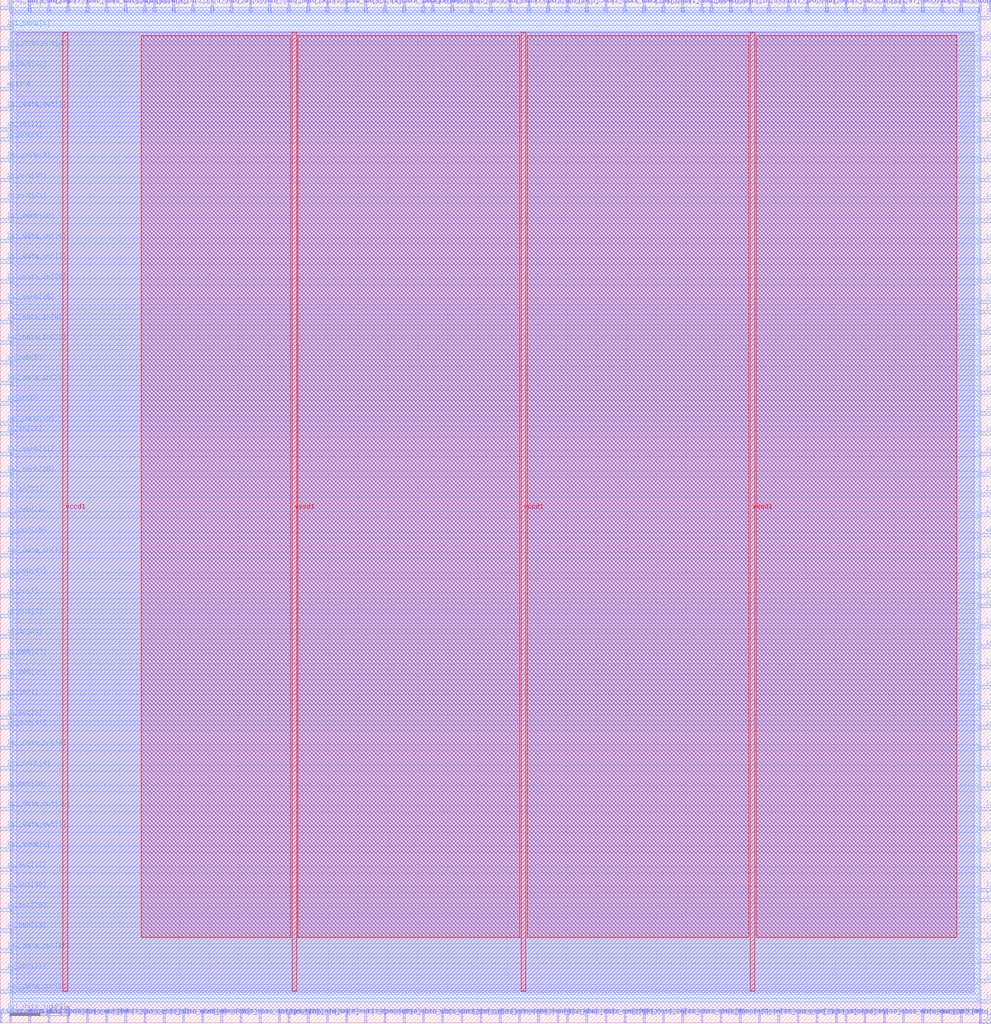
<source format=lef>
VERSION 5.7 ;
  NOWIREEXTENSIONATPIN ON ;
  DIVIDERCHAR "/" ;
  BUSBITCHARS "[]" ;
MACRO wrapped_hsv_mixer
  CLASS BLOCK ;
  FOREIGN wrapped_hsv_mixer ;
  ORIGIN 0.000 0.000 ;
  SIZE 332.260 BY 342.980 ;
  PIN active
    DIRECTION INPUT ;
    USE SIGNAL ;
    PORT
      LAYER met3 ;
        RECT 0.000 312.540 4.000 313.740 ;
    END
  END active
  PIN io_in[0]
    DIRECTION INPUT ;
    USE SIGNAL ;
    PORT
      LAYER met2 ;
        RECT 102.990 0.000 103.550 4.000 ;
    END
  END io_in[0]
  PIN io_in[10]
    DIRECTION INPUT ;
    USE SIGNAL ;
    PORT
      LAYER met2 ;
        RECT 183.490 338.980 184.050 342.980 ;
    END
  END io_in[10]
  PIN io_in[11]
    DIRECTION INPUT ;
    USE SIGNAL ;
    PORT
      LAYER met3 ;
        RECT 0.000 339.740 4.000 340.940 ;
    END
  END io_in[11]
  PIN io_in[12]
    DIRECTION INPUT ;
    USE SIGNAL ;
    PORT
      LAYER met3 ;
        RECT 328.260 288.740 332.260 289.940 ;
    END
  END io_in[12]
  PIN io_in[13]
    DIRECTION INPUT ;
    USE SIGNAL ;
    PORT
      LAYER met2 ;
        RECT 160.950 0.000 161.510 4.000 ;
    END
  END io_in[13]
  PIN io_in[14]
    DIRECTION INPUT ;
    USE SIGNAL ;
    PORT
      LAYER met2 ;
        RECT 122.310 338.980 122.870 342.980 ;
    END
  END io_in[14]
  PIN io_in[15]
    DIRECTION INPUT ;
    USE SIGNAL ;
    PORT
      LAYER met3 ;
        RECT 328.260 302.340 332.260 303.540 ;
    END
  END io_in[15]
  PIN io_in[16]
    DIRECTION INPUT ;
    USE SIGNAL ;
    PORT
      LAYER met3 ;
        RECT 328.260 33.740 332.260 34.940 ;
    END
  END io_in[16]
  PIN io_in[17]
    DIRECTION INPUT ;
    USE SIGNAL ;
    PORT
      LAYER met2 ;
        RECT 64.350 338.980 64.910 342.980 ;
    END
  END io_in[17]
  PIN io_in[18]
    DIRECTION INPUT ;
    USE SIGNAL ;
    PORT
      LAYER met2 ;
        RECT 77.230 338.980 77.790 342.980 ;
    END
  END io_in[18]
  PIN io_in[19]
    DIRECTION INPUT ;
    USE SIGNAL ;
    PORT
      LAYER met2 ;
        RECT 289.750 0.000 290.310 4.000 ;
    END
  END io_in[19]
  PIN io_in[1]
    DIRECTION INPUT ;
    USE SIGNAL ;
    PORT
      LAYER met3 ;
        RECT 0.000 108.540 4.000 109.740 ;
    END
  END io_in[1]
  PIN io_in[20]
    DIRECTION INPUT ;
    USE SIGNAL ;
    PORT
      LAYER met3 ;
        RECT 0.000 196.940 4.000 198.140 ;
    END
  END io_in[20]
  PIN io_in[21]
    DIRECTION INPUT ;
    USE SIGNAL ;
    PORT
      LAYER met3 ;
        RECT 0.000 128.940 4.000 130.140 ;
    END
  END io_in[21]
  PIN io_in[22]
    DIRECTION INPUT ;
    USE SIGNAL ;
    PORT
      LAYER met3 ;
        RECT 328.260 111.940 332.260 113.140 ;
    END
  END io_in[22]
  PIN io_in[23]
    DIRECTION INPUT ;
    USE SIGNAL ;
    PORT
      LAYER met2 ;
        RECT 57.910 338.980 58.470 342.980 ;
    END
  END io_in[23]
  PIN io_in[24]
    DIRECTION INPUT ;
    USE SIGNAL ;
    PORT
      LAYER met2 ;
        RECT 41.810 338.980 42.370 342.980 ;
    END
  END io_in[24]
  PIN io_in[25]
    DIRECTION INPUT ;
    USE SIGNAL ;
    PORT
      LAYER met2 ;
        RECT 254.330 0.000 254.890 4.000 ;
    END
  END io_in[25]
  PIN io_in[26]
    DIRECTION INPUT ;
    USE SIGNAL ;
    PORT
      LAYER met2 ;
        RECT 247.890 0.000 248.450 4.000 ;
    END
  END io_in[26]
  PIN io_in[27]
    DIRECTION INPUT ;
    USE SIGNAL ;
    PORT
      LAYER met3 ;
        RECT 328.260 77.940 332.260 79.140 ;
    END
  END io_in[27]
  PIN io_in[28]
    DIRECTION INPUT ;
    USE SIGNAL ;
    PORT
      LAYER met2 ;
        RECT 222.130 0.000 222.690 4.000 ;
    END
  END io_in[28]
  PIN io_in[29]
    DIRECTION INPUT ;
    USE SIGNAL ;
    PORT
      LAYER met2 ;
        RECT 331.610 338.980 332.170 342.980 ;
    END
  END io_in[29]
  PIN io_in[2]
    DIRECTION INPUT ;
    USE SIGNAL ;
    PORT
      LAYER met2 ;
        RECT 109.430 0.000 109.990 4.000 ;
    END
  END io_in[2]
  PIN io_in[30]
    DIRECTION INPUT ;
    USE SIGNAL ;
    PORT
      LAYER met3 ;
        RECT 328.260 139.140 332.260 140.340 ;
    END
  END io_in[30]
  PIN io_in[31]
    DIRECTION INPUT ;
    USE SIGNAL ;
    PORT
      LAYER met3 ;
        RECT 0.000 298.940 4.000 300.140 ;
    END
  END io_in[31]
  PIN io_in[32]
    DIRECTION INPUT ;
    USE SIGNAL ;
    PORT
      LAYER met2 ;
        RECT 209.250 0.000 209.810 4.000 ;
    END
  END io_in[32]
  PIN io_in[33]
    DIRECTION INPUT ;
    USE SIGNAL ;
    PORT
      LAYER met3 ;
        RECT 0.000 176.540 4.000 177.740 ;
    END
  END io_in[33]
  PIN io_in[34]
    DIRECTION INPUT ;
    USE SIGNAL ;
    PORT
      LAYER met2 ;
        RECT 251.110 338.980 251.670 342.980 ;
    END
  END io_in[34]
  PIN io_in[35]
    DIRECTION INPUT ;
    USE SIGNAL ;
    PORT
      LAYER met2 ;
        RECT 289.750 338.980 290.310 342.980 ;
    END
  END io_in[35]
  PIN io_in[36]
    DIRECTION INPUT ;
    USE SIGNAL ;
    PORT
      LAYER met3 ;
        RECT 328.260 217.340 332.260 218.540 ;
    END
  END io_in[36]
  PIN io_in[37]
    DIRECTION INPUT ;
    USE SIGNAL ;
    PORT
      LAYER met2 ;
        RECT 296.190 338.980 296.750 342.980 ;
    END
  END io_in[37]
  PIN io_in[3]
    DIRECTION INPUT ;
    USE SIGNAL ;
    PORT
      LAYER met2 ;
        RECT 189.930 338.980 190.490 342.980 ;
    END
  END io_in[3]
  PIN io_in[4]
    DIRECTION INPUT ;
    USE SIGNAL ;
    PORT
      LAYER met3 ;
        RECT 328.260 210.540 332.260 211.740 ;
    END
  END io_in[4]
  PIN io_in[5]
    DIRECTION INPUT ;
    USE SIGNAL ;
    PORT
      LAYER met3 ;
        RECT 328.260 329.540 332.260 330.740 ;
    END
  END io_in[5]
  PIN io_in[6]
    DIRECTION INPUT ;
    USE SIGNAL ;
    PORT
      LAYER met3 ;
        RECT 0.000 207.140 4.000 208.340 ;
    END
  END io_in[6]
  PIN io_in[7]
    DIRECTION INPUT ;
    USE SIGNAL ;
    PORT
      LAYER met3 ;
        RECT 0.000 142.540 4.000 143.740 ;
    END
  END io_in[7]
  PIN io_in[8]
    DIRECTION INPUT ;
    USE SIGNAL ;
    PORT
      LAYER met3 ;
        RECT 328.260 230.940 332.260 232.140 ;
    END
  END io_in[8]
  PIN io_in[9]
    DIRECTION INPUT ;
    USE SIGNAL ;
    PORT
      LAYER met2 ;
        RECT 51.470 338.980 52.030 342.980 ;
    END
  END io_in[9]
  PIN io_oeb[0]
    DIRECTION OUTPUT TRISTATE ;
    USE SIGNAL ;
    PORT
      LAYER met2 ;
        RECT 180.270 0.000 180.830 4.000 ;
    END
  END io_oeb[0]
  PIN io_oeb[10]
    DIRECTION OUTPUT TRISTATE ;
    USE SIGNAL ;
    PORT
      LAYER met3 ;
        RECT 0.000 115.340 4.000 116.540 ;
    END
  END io_oeb[10]
  PIN io_oeb[11]
    DIRECTION OUTPUT TRISTATE ;
    USE SIGNAL ;
    PORT
      LAYER met3 ;
        RECT 328.260 196.940 332.260 198.140 ;
    END
  END io_oeb[11]
  PIN io_oeb[12]
    DIRECTION OUTPUT TRISTATE ;
    USE SIGNAL ;
    PORT
      LAYER met3 ;
        RECT 328.260 105.140 332.260 106.340 ;
    END
  END io_oeb[12]
  PIN io_oeb[13]
    DIRECTION OUTPUT TRISTATE ;
    USE SIGNAL ;
    PORT
      LAYER met3 ;
        RECT 328.260 98.340 332.260 99.540 ;
    END
  END io_oeb[13]
  PIN io_oeb[14]
    DIRECTION OUTPUT TRISTATE ;
    USE SIGNAL ;
    PORT
      LAYER met3 ;
        RECT 0.000 30.340 4.000 31.540 ;
    END
  END io_oeb[14]
  PIN io_oeb[15]
    DIRECTION OUTPUT TRISTATE ;
    USE SIGNAL ;
    PORT
      LAYER met2 ;
        RECT 90.110 338.980 90.670 342.980 ;
    END
  END io_oeb[15]
  PIN io_oeb[16]
    DIRECTION OUTPUT TRISTATE ;
    USE SIGNAL ;
    PORT
      LAYER met3 ;
        RECT 328.260 20.140 332.260 21.340 ;
    END
  END io_oeb[16]
  PIN io_oeb[17]
    DIRECTION OUTPUT TRISTATE ;
    USE SIGNAL ;
    PORT
      LAYER met2 ;
        RECT 93.330 0.000 93.890 4.000 ;
    END
  END io_oeb[17]
  PIN io_oeb[18]
    DIRECTION OUTPUT TRISTATE ;
    USE SIGNAL ;
    PORT
      LAYER met2 ;
        RECT 238.230 338.980 238.790 342.980 ;
    END
  END io_oeb[18]
  PIN io_oeb[19]
    DIRECTION OUTPUT TRISTATE ;
    USE SIGNAL ;
    PORT
      LAYER met2 ;
        RECT 96.550 338.980 97.110 342.980 ;
    END
  END io_oeb[19]
  PIN io_oeb[1]
    DIRECTION OUTPUT TRISTATE ;
    USE SIGNAL ;
    PORT
      LAYER met2 ;
        RECT 267.210 0.000 267.770 4.000 ;
    END
  END io_oeb[1]
  PIN io_oeb[20]
    DIRECTION OUTPUT TRISTATE ;
    USE SIGNAL ;
    PORT
      LAYER met3 ;
        RECT 328.260 149.340 332.260 150.540 ;
    END
  END io_oeb[20]
  PIN io_oeb[21]
    DIRECTION OUTPUT TRISTATE ;
    USE SIGNAL ;
    PORT
      LAYER met2 ;
        RECT 9.610 338.980 10.170 342.980 ;
    END
  END io_oeb[21]
  PIN io_oeb[22]
    DIRECTION OUTPUT TRISTATE ;
    USE SIGNAL ;
    PORT
      LAYER met2 ;
        RECT 35.370 0.000 35.930 4.000 ;
    END
  END io_oeb[22]
  PIN io_oeb[23]
    DIRECTION OUTPUT TRISTATE ;
    USE SIGNAL ;
    PORT
      LAYER met2 ;
        RECT 164.170 338.980 164.730 342.980 ;
    END
  END io_oeb[23]
  PIN io_oeb[24]
    DIRECTION OUTPUT TRISTATE ;
    USE SIGNAL ;
    PORT
      LAYER met2 ;
        RECT 170.610 338.980 171.170 342.980 ;
    END
  END io_oeb[24]
  PIN io_oeb[25]
    DIRECTION OUTPUT TRISTATE ;
    USE SIGNAL ;
    PORT
      LAYER met2 ;
        RECT 321.950 0.000 322.510 4.000 ;
    END
  END io_oeb[25]
  PIN io_oeb[26]
    DIRECTION OUTPUT TRISTATE ;
    USE SIGNAL ;
    PORT
      LAYER met3 ;
        RECT 328.260 268.340 332.260 269.540 ;
    END
  END io_oeb[26]
  PIN io_oeb[27]
    DIRECTION OUTPUT TRISTATE ;
    USE SIGNAL ;
    PORT
      LAYER met2 ;
        RECT 196.370 338.980 196.930 342.980 ;
    END
  END io_oeb[27]
  PIN io_oeb[28]
    DIRECTION OUTPUT TRISTATE ;
    USE SIGNAL ;
    PORT
      LAYER met2 ;
        RECT 283.310 0.000 283.870 4.000 ;
    END
  END io_oeb[28]
  PIN io_oeb[29]
    DIRECTION OUTPUT TRISTATE ;
    USE SIGNAL ;
    PORT
      LAYER met3 ;
        RECT 328.260 224.140 332.260 225.340 ;
    END
  END io_oeb[29]
  PIN io_oeb[2]
    DIRECTION OUTPUT TRISTATE ;
    USE SIGNAL ;
    PORT
      LAYER met2 ;
        RECT 276.870 338.980 277.430 342.980 ;
    END
  END io_oeb[2]
  PIN io_oeb[30]
    DIRECTION OUTPUT TRISTATE ;
    USE SIGNAL ;
    PORT
      LAYER met2 ;
        RECT 16.050 338.980 16.610 342.980 ;
    END
  END io_oeb[30]
  PIN io_oeb[31]
    DIRECTION OUTPUT TRISTATE ;
    USE SIGNAL ;
    PORT
      LAYER met2 ;
        RECT 280.090 0.000 280.650 4.000 ;
    END
  END io_oeb[31]
  PIN io_oeb[32]
    DIRECTION OUTPUT TRISTATE ;
    USE SIGNAL ;
    PORT
      LAYER met3 ;
        RECT 0.000 169.740 4.000 170.940 ;
    END
  END io_oeb[32]
  PIN io_oeb[33]
    DIRECTION OUTPUT TRISTATE ;
    USE SIGNAL ;
    PORT
      LAYER met2 ;
        RECT 328.390 0.000 328.950 4.000 ;
    END
  END io_oeb[33]
  PIN io_oeb[34]
    DIRECTION OUTPUT TRISTATE ;
    USE SIGNAL ;
    PORT
      LAYER met2 ;
        RECT 70.790 338.980 71.350 342.980 ;
    END
  END io_oeb[34]
  PIN io_oeb[35]
    DIRECTION OUTPUT TRISTATE ;
    USE SIGNAL ;
    PORT
      LAYER met3 ;
        RECT 0.000 149.340 4.000 150.540 ;
    END
  END io_oeb[35]
  PIN io_oeb[36]
    DIRECTION OUTPUT TRISTATE ;
    USE SIGNAL ;
    PORT
      LAYER met3 ;
        RECT 0.000 77.940 4.000 79.140 ;
    END
  END io_oeb[36]
  PIN io_oeb[37]
    DIRECTION OUTPUT TRISTATE ;
    USE SIGNAL ;
    PORT
      LAYER met3 ;
        RECT 0.000 122.140 4.000 123.340 ;
    END
  END io_oeb[37]
  PIN io_oeb[3]
    DIRECTION OUTPUT TRISTATE ;
    USE SIGNAL ;
    PORT
      LAYER met2 ;
        RECT 173.830 0.000 174.390 4.000 ;
    END
  END io_oeb[3]
  PIN io_oeb[4]
    DIRECTION OUTPUT TRISTATE ;
    USE SIGNAL ;
    PORT
      LAYER met3 ;
        RECT 328.260 6.540 332.260 7.740 ;
    END
  END io_oeb[4]
  PIN io_oeb[5]
    DIRECTION OUTPUT TRISTATE ;
    USE SIGNAL ;
    PORT
      LAYER met3 ;
        RECT 0.000 220.740 4.000 221.940 ;
    END
  END io_oeb[5]
  PIN io_oeb[6]
    DIRECTION OUTPUT TRISTATE ;
    USE SIGNAL ;
    PORT
      LAYER met3 ;
        RECT 328.260 125.540 332.260 126.740 ;
    END
  END io_oeb[6]
  PIN io_oeb[7]
    DIRECTION OUTPUT TRISTATE ;
    USE SIGNAL ;
    PORT
      LAYER met2 ;
        RECT 83.670 338.980 84.230 342.980 ;
    END
  END io_oeb[7]
  PIN io_oeb[8]
    DIRECTION OUTPUT TRISTATE ;
    USE SIGNAL ;
    PORT
      LAYER met2 ;
        RECT 28.930 0.000 29.490 4.000 ;
    END
  END io_oeb[8]
  PIN io_oeb[9]
    DIRECTION OUTPUT TRISTATE ;
    USE SIGNAL ;
    PORT
      LAYER met2 ;
        RECT 74.010 0.000 74.570 4.000 ;
    END
  END io_oeb[9]
  PIN io_out[0]
    DIRECTION OUTPUT TRISTATE ;
    USE SIGNAL ;
    PORT
      LAYER met3 ;
        RECT 328.260 322.740 332.260 323.940 ;
    END
  END io_out[0]
  PIN io_out[10]
    DIRECTION OUTPUT TRISTATE ;
    USE SIGNAL ;
    PORT
      LAYER met3 ;
        RECT 328.260 190.140 332.260 191.340 ;
    END
  END io_out[10]
  PIN io_out[11]
    DIRECTION OUTPUT TRISTATE ;
    USE SIGNAL ;
    PORT
      LAYER met3 ;
        RECT 0.000 16.740 4.000 17.940 ;
    END
  END io_out[11]
  PIN io_out[12]
    DIRECTION OUTPUT TRISTATE ;
    USE SIGNAL ;
    PORT
      LAYER met3 ;
        RECT 0.000 50.740 4.000 51.940 ;
    END
  END io_out[12]
  PIN io_out[13]
    DIRECTION OUTPUT TRISTATE ;
    USE SIGNAL ;
    PORT
      LAYER met2 ;
        RECT 273.650 0.000 274.210 4.000 ;
    END
  END io_out[13]
  PIN io_out[14]
    DIRECTION OUTPUT TRISTATE ;
    USE SIGNAL ;
    PORT
      LAYER met3 ;
        RECT 328.260 275.140 332.260 276.340 ;
    END
  END io_out[14]
  PIN io_out[15]
    DIRECTION OUTPUT TRISTATE ;
    USE SIGNAL ;
    PORT
      LAYER met3 ;
        RECT 0.000 281.940 4.000 283.140 ;
    END
  END io_out[15]
  PIN io_out[16]
    DIRECTION OUTPUT TRISTATE ;
    USE SIGNAL ;
    PORT
      LAYER met3 ;
        RECT 328.260 183.340 332.260 184.540 ;
    END
  END io_out[16]
  PIN io_out[17]
    DIRECTION OUTPUT TRISTATE ;
    USE SIGNAL ;
    PORT
      LAYER met2 ;
        RECT 309.070 338.980 309.630 342.980 ;
    END
  END io_out[17]
  PIN io_out[18]
    DIRECTION OUTPUT TRISTATE ;
    USE SIGNAL ;
    PORT
      LAYER met2 ;
        RECT 315.510 0.000 316.070 4.000 ;
    END
  END io_out[18]
  PIN io_out[19]
    DIRECTION OUTPUT TRISTATE ;
    USE SIGNAL ;
    PORT
      LAYER met3 ;
        RECT 0.000 162.940 4.000 164.140 ;
    END
  END io_out[19]
  PIN io_out[1]
    DIRECTION OUTPUT TRISTATE ;
    USE SIGNAL ;
    PORT
      LAYER met2 ;
        RECT 222.130 338.980 222.690 342.980 ;
    END
  END io_out[1]
  PIN io_out[20]
    DIRECTION OUTPUT TRISTATE ;
    USE SIGNAL ;
    PORT
      LAYER met2 ;
        RECT 270.430 338.980 270.990 342.980 ;
    END
  END io_out[20]
  PIN io_out[21]
    DIRECTION OUTPUT TRISTATE ;
    USE SIGNAL ;
    PORT
      LAYER met3 ;
        RECT 0.000 275.140 4.000 276.340 ;
    END
  END io_out[21]
  PIN io_out[22]
    DIRECTION OUTPUT TRISTATE ;
    USE SIGNAL ;
    PORT
      LAYER met2 ;
        RECT 215.690 0.000 216.250 4.000 ;
    END
  END io_out[22]
  PIN io_out[23]
    DIRECTION OUTPUT TRISTATE ;
    USE SIGNAL ;
    PORT
      LAYER met3 ;
        RECT 328.260 156.140 332.260 157.340 ;
    END
  END io_out[23]
  PIN io_out[24]
    DIRECTION OUTPUT TRISTATE ;
    USE SIGNAL ;
    PORT
      LAYER met2 ;
        RECT 186.710 0.000 187.270 4.000 ;
    END
  END io_out[24]
  PIN io_out[25]
    DIRECTION OUTPUT TRISTATE ;
    USE SIGNAL ;
    PORT
      LAYER met2 ;
        RECT 244.670 338.980 245.230 342.980 ;
    END
  END io_out[25]
  PIN io_out[26]
    DIRECTION OUTPUT TRISTATE ;
    USE SIGNAL ;
    PORT
      LAYER met3 ;
        RECT 0.000 37.140 4.000 38.340 ;
    END
  END io_out[26]
  PIN io_out[27]
    DIRECTION OUTPUT TRISTATE ;
    USE SIGNAL ;
    PORT
      LAYER met2 ;
        RECT 257.550 338.980 258.110 342.980 ;
    END
  END io_out[27]
  PIN io_out[28]
    DIRECTION OUTPUT TRISTATE ;
    USE SIGNAL ;
    PORT
      LAYER met2 ;
        RECT 115.870 0.000 116.430 4.000 ;
    END
  END io_out[28]
  PIN io_out[29]
    DIRECTION OUTPUT TRISTATE ;
    USE SIGNAL ;
    PORT
      LAYER met3 ;
        RECT 328.260 13.340 332.260 14.540 ;
    END
  END io_out[29]
  PIN io_out[2]
    DIRECTION OUTPUT TRISTATE ;
    USE SIGNAL ;
    PORT
      LAYER met2 ;
        RECT 48.250 0.000 48.810 4.000 ;
    END
  END io_out[2]
  PIN io_out[30]
    DIRECTION OUTPUT TRISTATE ;
    USE SIGNAL ;
    PORT
      LAYER met3 ;
        RECT 0.000 43.940 4.000 45.140 ;
    END
  END io_out[30]
  PIN io_out[31]
    DIRECTION OUTPUT TRISTATE ;
    USE SIGNAL ;
    PORT
      LAYER met3 ;
        RECT 0.000 98.340 4.000 99.540 ;
    END
  END io_out[31]
  PIN io_out[32]
    DIRECTION OUTPUT TRISTATE ;
    USE SIGNAL ;
    PORT
      LAYER met3 ;
        RECT 0.000 319.340 4.000 320.540 ;
    END
  END io_out[32]
  PIN io_out[33]
    DIRECTION OUTPUT TRISTATE ;
    USE SIGNAL ;
    PORT
      LAYER met3 ;
        RECT 328.260 50.740 332.260 51.940 ;
    END
  END io_out[33]
  PIN io_out[34]
    DIRECTION OUTPUT TRISTATE ;
    USE SIGNAL ;
    PORT
      LAYER met3 ;
        RECT 328.260 281.940 332.260 283.140 ;
    END
  END io_out[34]
  PIN io_out[35]
    DIRECTION OUTPUT TRISTATE ;
    USE SIGNAL ;
    PORT
      LAYER met3 ;
        RECT 328.260 261.540 332.260 262.740 ;
    END
  END io_out[35]
  PIN io_out[36]
    DIRECTION OUTPUT TRISTATE ;
    USE SIGNAL ;
    PORT
      LAYER met2 ;
        RECT 102.990 338.980 103.550 342.980 ;
    END
  END io_out[36]
  PIN io_out[37]
    DIRECTION OUTPUT TRISTATE ;
    USE SIGNAL ;
    PORT
      LAYER met3 ;
        RECT 328.260 309.140 332.260 310.340 ;
    END
  END io_out[37]
  PIN io_out[3]
    DIRECTION OUTPUT TRISTATE ;
    USE SIGNAL ;
    PORT
      LAYER met3 ;
        RECT 0.000 295.540 4.000 296.740 ;
    END
  END io_out[3]
  PIN io_out[4]
    DIRECTION OUTPUT TRISTATE ;
    USE SIGNAL ;
    PORT
      LAYER met3 ;
        RECT 328.260 203.740 332.260 204.940 ;
    END
  END io_out[4]
  PIN io_out[5]
    DIRECTION OUTPUT TRISTATE ;
    USE SIGNAL ;
    PORT
      LAYER met2 ;
        RECT 151.290 338.980 151.850 342.980 ;
    END
  END io_out[5]
  PIN io_out[6]
    DIRECTION OUTPUT TRISTATE ;
    USE SIGNAL ;
    PORT
      LAYER met2 ;
        RECT 321.950 338.980 322.510 342.980 ;
    END
  END io_out[6]
  PIN io_out[7]
    DIRECTION OUTPUT TRISTATE ;
    USE SIGNAL ;
    PORT
      LAYER met3 ;
        RECT 0.000 135.740 4.000 136.940 ;
    END
  END io_out[7]
  PIN io_out[8]
    DIRECTION OUTPUT TRISTATE ;
    USE SIGNAL ;
    PORT
      LAYER met2 ;
        RECT 128.750 0.000 129.310 4.000 ;
    END
  END io_out[8]
  PIN io_out[9]
    DIRECTION OUTPUT TRISTATE ;
    USE SIGNAL ;
    PORT
      LAYER met3 ;
        RECT 0.000 101.740 4.000 102.940 ;
    END
  END io_out[9]
  PIN la1_data_in[0]
    DIRECTION INPUT ;
    USE SIGNAL ;
    PORT
      LAYER met3 ;
        RECT 328.260 57.540 332.260 58.740 ;
    END
  END la1_data_in[0]
  PIN la1_data_in[10]
    DIRECTION INPUT ;
    USE SIGNAL ;
    PORT
      LAYER met2 ;
        RECT 148.070 0.000 148.630 4.000 ;
    END
  END la1_data_in[10]
  PIN la1_data_in[11]
    DIRECTION INPUT ;
    USE SIGNAL ;
    PORT
      LAYER met3 ;
        RECT 328.260 43.940 332.260 45.140 ;
    END
  END la1_data_in[11]
  PIN la1_data_in[12]
    DIRECTION INPUT ;
    USE SIGNAL ;
    PORT
      LAYER met3 ;
        RECT 0.000 254.740 4.000 255.940 ;
    END
  END la1_data_in[12]
  PIN la1_data_in[13]
    DIRECTION INPUT ;
    USE SIGNAL ;
    PORT
      LAYER met2 ;
        RECT 228.570 0.000 229.130 4.000 ;
    END
  END la1_data_in[13]
  PIN la1_data_in[14]
    DIRECTION INPUT ;
    USE SIGNAL ;
    PORT
      LAYER met3 ;
        RECT 0.000 91.540 4.000 92.740 ;
    END
  END la1_data_in[14]
  PIN la1_data_in[15]
    DIRECTION INPUT ;
    USE SIGNAL ;
    PORT
      LAYER met2 ;
        RECT 109.430 338.980 109.990 342.980 ;
    END
  END la1_data_in[15]
  PIN la1_data_in[16]
    DIRECTION INPUT ;
    USE SIGNAL ;
    PORT
      LAYER met2 ;
        RECT 209.250 338.980 209.810 342.980 ;
    END
  END la1_data_in[16]
  PIN la1_data_in[17]
    DIRECTION INPUT ;
    USE SIGNAL ;
    PORT
      LAYER met2 ;
        RECT 157.730 338.980 158.290 342.980 ;
    END
  END la1_data_in[17]
  PIN la1_data_in[18]
    DIRECTION INPUT ;
    USE SIGNAL ;
    PORT
      LAYER met2 ;
        RECT 296.190 0.000 296.750 4.000 ;
    END
  END la1_data_in[18]
  PIN la1_data_in[19]
    DIRECTION INPUT ;
    USE SIGNAL ;
    PORT
      LAYER met2 ;
        RECT 115.870 338.980 116.430 342.980 ;
    END
  END la1_data_in[19]
  PIN la1_data_in[1]
    DIRECTION INPUT ;
    USE SIGNAL ;
    PORT
      LAYER met2 ;
        RECT 135.190 0.000 135.750 4.000 ;
    END
  END la1_data_in[1]
  PIN la1_data_in[20]
    DIRECTION INPUT ;
    USE SIGNAL ;
    PORT
      LAYER met3 ;
        RECT 0.000 247.940 4.000 249.140 ;
    END
  END la1_data_in[20]
  PIN la1_data_in[21]
    DIRECTION INPUT ;
    USE SIGNAL ;
    PORT
      LAYER met2 ;
        RECT 328.390 338.980 328.950 342.980 ;
    END
  END la1_data_in[21]
  PIN la1_data_in[22]
    DIRECTION INPUT ;
    USE SIGNAL ;
    PORT
      LAYER met3 ;
        RECT 328.260 64.340 332.260 65.540 ;
    END
  END la1_data_in[22]
  PIN la1_data_in[23]
    DIRECTION INPUT ;
    USE SIGNAL ;
    PORT
      LAYER met3 ;
        RECT 0.000 3.140 4.000 4.340 ;
    END
  END la1_data_in[23]
  PIN la1_data_in[24]
    DIRECTION INPUT ;
    USE SIGNAL ;
    PORT
      LAYER met2 ;
        RECT 96.550 0.000 97.110 4.000 ;
    END
  END la1_data_in[24]
  PIN la1_data_in[25]
    DIRECTION INPUT ;
    USE SIGNAL ;
    PORT
      LAYER met3 ;
        RECT 0.000 261.540 4.000 262.740 ;
    END
  END la1_data_in[25]
  PIN la1_data_in[26]
    DIRECTION INPUT ;
    USE SIGNAL ;
    PORT
      LAYER met3 ;
        RECT 328.260 26.940 332.260 28.140 ;
    END
  END la1_data_in[26]
  PIN la1_data_in[27]
    DIRECTION INPUT ;
    USE SIGNAL ;
    PORT
      LAYER met2 ;
        RECT 196.370 0.000 196.930 4.000 ;
    END
  END la1_data_in[27]
  PIN la1_data_in[28]
    DIRECTION INPUT ;
    USE SIGNAL ;
    PORT
      LAYER met3 ;
        RECT 0.000 227.540 4.000 228.740 ;
    END
  END la1_data_in[28]
  PIN la1_data_in[29]
    DIRECTION INPUT ;
    USE SIGNAL ;
    PORT
      LAYER met2 ;
        RECT 3.170 338.980 3.730 342.980 ;
    END
  END la1_data_in[29]
  PIN la1_data_in[2]
    DIRECTION INPUT ;
    USE SIGNAL ;
    PORT
      LAYER met2 ;
        RECT 80.450 0.000 81.010 4.000 ;
    END
  END la1_data_in[2]
  PIN la1_data_in[30]
    DIRECTION INPUT ;
    USE SIGNAL ;
    PORT
      LAYER met2 ;
        RECT 9.610 0.000 10.170 4.000 ;
    END
  END la1_data_in[30]
  PIN la1_data_in[31]
    DIRECTION INPUT ;
    USE SIGNAL ;
    PORT
      LAYER met2 ;
        RECT 260.770 0.000 261.330 4.000 ;
    END
  END la1_data_in[31]
  PIN la1_data_in[3]
    DIRECTION INPUT ;
    USE SIGNAL ;
    PORT
      LAYER met3 ;
        RECT 0.000 213.940 4.000 215.140 ;
    END
  END la1_data_in[3]
  PIN la1_data_in[4]
    DIRECTION INPUT ;
    USE SIGNAL ;
    PORT
      LAYER met2 ;
        RECT 283.310 338.980 283.870 342.980 ;
    END
  END la1_data_in[4]
  PIN la1_data_in[5]
    DIRECTION INPUT ;
    USE SIGNAL ;
    PORT
      LAYER met3 ;
        RECT 328.260 169.740 332.260 170.940 ;
    END
  END la1_data_in[5]
  PIN la1_data_in[6]
    DIRECTION INPUT ;
    USE SIGNAL ;
    PORT
      LAYER met2 ;
        RECT 128.750 338.980 129.310 342.980 ;
    END
  END la1_data_in[6]
  PIN la1_data_in[7]
    DIRECTION INPUT ;
    USE SIGNAL ;
    PORT
      LAYER met3 ;
        RECT 0.000 156.140 4.000 157.340 ;
    END
  END la1_data_in[7]
  PIN la1_data_in[8]
    DIRECTION INPUT ;
    USE SIGNAL ;
    PORT
      LAYER met2 ;
        RECT 135.190 338.980 135.750 342.980 ;
    END
  END la1_data_in[8]
  PIN la1_data_in[9]
    DIRECTION INPUT ;
    USE SIGNAL ;
    PORT
      LAYER met3 ;
        RECT 0.000 234.340 4.000 235.540 ;
    END
  END la1_data_in[9]
  PIN la1_data_out[0]
    DIRECTION OUTPUT TRISTATE ;
    USE SIGNAL ;
    PORT
      LAYER met2 ;
        RECT 54.690 0.000 55.250 4.000 ;
    END
  END la1_data_out[0]
  PIN la1_data_out[10]
    DIRECTION OUTPUT TRISTATE ;
    USE SIGNAL ;
    PORT
      LAYER met3 ;
        RECT 328.260 84.740 332.260 85.940 ;
    END
  END la1_data_out[10]
  PIN la1_data_out[11]
    DIRECTION OUTPUT TRISTATE ;
    USE SIGNAL ;
    PORT
      LAYER met2 ;
        RECT 154.510 0.000 155.070 4.000 ;
    END
  END la1_data_out[11]
  PIN la1_data_out[12]
    DIRECTION OUTPUT TRISTATE ;
    USE SIGNAL ;
    PORT
      LAYER met3 ;
        RECT 328.260 315.940 332.260 317.140 ;
    END
  END la1_data_out[12]
  PIN la1_data_out[13]
    DIRECTION OUTPUT TRISTATE ;
    USE SIGNAL ;
    PORT
      LAYER met2 ;
        RECT 28.930 338.980 29.490 342.980 ;
    END
  END la1_data_out[13]
  PIN la1_data_out[14]
    DIRECTION OUTPUT TRISTATE ;
    USE SIGNAL ;
    PORT
      LAYER met2 ;
        RECT 177.050 338.980 177.610 342.980 ;
    END
  END la1_data_out[14]
  PIN la1_data_out[15]
    DIRECTION OUTPUT TRISTATE ;
    USE SIGNAL ;
    PORT
      LAYER met3 ;
        RECT 0.000 9.940 4.000 11.140 ;
    END
  END la1_data_out[15]
  PIN la1_data_out[16]
    DIRECTION OUTPUT TRISTATE ;
    USE SIGNAL ;
    PORT
      LAYER met3 ;
        RECT 328.260 118.740 332.260 119.940 ;
    END
  END la1_data_out[16]
  PIN la1_data_out[17]
    DIRECTION OUTPUT TRISTATE ;
    USE SIGNAL ;
    PORT
      LAYER met3 ;
        RECT 328.260 247.940 332.260 249.140 ;
    END
  END la1_data_out[17]
  PIN la1_data_out[18]
    DIRECTION OUTPUT TRISTATE ;
    USE SIGNAL ;
    PORT
      LAYER met2 ;
        RECT 35.370 338.980 35.930 342.980 ;
    END
  END la1_data_out[18]
  PIN la1_data_out[19]
    DIRECTION OUTPUT TRISTATE ;
    USE SIGNAL ;
    PORT
      LAYER met3 ;
        RECT 328.260 176.540 332.260 177.740 ;
    END
  END la1_data_out[19]
  PIN la1_data_out[1]
    DIRECTION OUTPUT TRISTATE ;
    USE SIGNAL ;
    PORT
      LAYER met3 ;
        RECT 0.000 305.740 4.000 306.940 ;
    END
  END la1_data_out[1]
  PIN la1_data_out[20]
    DIRECTION OUTPUT TRISTATE ;
    USE SIGNAL ;
    PORT
      LAYER met3 ;
        RECT 0.000 71.140 4.000 72.340 ;
    END
  END la1_data_out[20]
  PIN la1_data_out[21]
    DIRECTION OUTPUT TRISTATE ;
    USE SIGNAL ;
    PORT
      LAYER met3 ;
        RECT 328.260 295.540 332.260 296.740 ;
    END
  END la1_data_out[21]
  PIN la1_data_out[22]
    DIRECTION OUTPUT TRISTATE ;
    USE SIGNAL ;
    PORT
      LAYER met2 ;
        RECT 202.810 338.980 203.370 342.980 ;
    END
  END la1_data_out[22]
  PIN la1_data_out[23]
    DIRECTION OUTPUT TRISTATE ;
    USE SIGNAL ;
    PORT
      LAYER met2 ;
        RECT 86.890 0.000 87.450 4.000 ;
    END
  END la1_data_out[23]
  PIN la1_data_out[24]
    DIRECTION OUTPUT TRISTATE ;
    USE SIGNAL ;
    PORT
      LAYER met3 ;
        RECT 328.260 132.340 332.260 133.540 ;
    END
  END la1_data_out[24]
  PIN la1_data_out[25]
    DIRECTION OUTPUT TRISTATE ;
    USE SIGNAL ;
    PORT
      LAYER met3 ;
        RECT 0.000 23.540 4.000 24.740 ;
    END
  END la1_data_out[25]
  PIN la1_data_out[26]
    DIRECTION OUTPUT TRISTATE ;
    USE SIGNAL ;
    PORT
      LAYER met3 ;
        RECT 328.260 40.540 332.260 41.740 ;
    END
  END la1_data_out[26]
  PIN la1_data_out[27]
    DIRECTION OUTPUT TRISTATE ;
    USE SIGNAL ;
    PORT
      LAYER met3 ;
        RECT 0.000 326.140 4.000 327.340 ;
    END
  END la1_data_out[27]
  PIN la1_data_out[28]
    DIRECTION OUTPUT TRISTATE ;
    USE SIGNAL ;
    PORT
      LAYER met2 ;
        RECT 302.630 0.000 303.190 4.000 ;
    END
  END la1_data_out[28]
  PIN la1_data_out[29]
    DIRECTION OUTPUT TRISTATE ;
    USE SIGNAL ;
    PORT
      LAYER met2 ;
        RECT 41.810 0.000 42.370 4.000 ;
    END
  END la1_data_out[29]
  PIN la1_data_out[2]
    DIRECTION OUTPUT TRISTATE ;
    USE SIGNAL ;
    PORT
      LAYER met2 ;
        RECT 141.630 0.000 142.190 4.000 ;
    END
  END la1_data_out[2]
  PIN la1_data_out[30]
    DIRECTION OUTPUT TRISTATE ;
    USE SIGNAL ;
    PORT
      LAYER met3 ;
        RECT 328.260 91.540 332.260 92.740 ;
    END
  END la1_data_out[30]
  PIN la1_data_out[31]
    DIRECTION OUTPUT TRISTATE ;
    USE SIGNAL ;
    PORT
      LAYER met3 ;
        RECT 328.260 336.340 332.260 337.540 ;
    END
  END la1_data_out[31]
  PIN la1_data_out[3]
    DIRECTION OUTPUT TRISTATE ;
    USE SIGNAL ;
    PORT
      LAYER met3 ;
        RECT 0.000 64.340 4.000 65.540 ;
    END
  END la1_data_out[3]
  PIN la1_data_out[4]
    DIRECTION OUTPUT TRISTATE ;
    USE SIGNAL ;
    PORT
      LAYER met2 ;
        RECT 309.070 0.000 309.630 4.000 ;
    END
  END la1_data_out[4]
  PIN la1_data_out[5]
    DIRECTION OUTPUT TRISTATE ;
    USE SIGNAL ;
    PORT
      LAYER met2 ;
        RECT 22.490 0.000 23.050 4.000 ;
    END
  END la1_data_out[5]
  PIN la1_data_out[6]
    DIRECTION OUTPUT TRISTATE ;
    USE SIGNAL ;
    PORT
      LAYER met3 ;
        RECT 328.260 142.540 332.260 143.740 ;
    END
  END la1_data_out[6]
  PIN la1_data_out[7]
    DIRECTION OUTPUT TRISTATE ;
    USE SIGNAL ;
    PORT
      LAYER met2 ;
        RECT 3.170 0.000 3.730 4.000 ;
    END
  END la1_data_out[7]
  PIN la1_data_out[8]
    DIRECTION OUTPUT TRISTATE ;
    USE SIGNAL ;
    PORT
      LAYER met3 ;
        RECT 328.260 254.740 332.260 255.940 ;
    END
  END la1_data_out[8]
  PIN la1_data_out[9]
    DIRECTION OUTPUT TRISTATE ;
    USE SIGNAL ;
    PORT
      LAYER met2 ;
        RECT 315.510 338.980 316.070 342.980 ;
    END
  END la1_data_out[9]
  PIN la1_oenb[0]
    DIRECTION INPUT ;
    USE SIGNAL ;
    PORT
      LAYER met3 ;
        RECT 328.260 -0.260 332.260 0.940 ;
    END
  END la1_oenb[0]
  PIN la1_oenb[10]
    DIRECTION INPUT ;
    USE SIGNAL ;
    PORT
      LAYER met2 ;
        RECT 302.630 338.980 303.190 342.980 ;
    END
  END la1_oenb[10]
  PIN la1_oenb[11]
    DIRECTION INPUT ;
    USE SIGNAL ;
    PORT
      LAYER met3 ;
        RECT 0.000 190.140 4.000 191.340 ;
    END
  END la1_oenb[11]
  PIN la1_oenb[12]
    DIRECTION INPUT ;
    USE SIGNAL ;
    PORT
      LAYER met3 ;
        RECT 0.000 200.340 4.000 201.540 ;
    END
  END la1_oenb[12]
  PIN la1_oenb[13]
    DIRECTION INPUT ;
    USE SIGNAL ;
    PORT
      LAYER met2 ;
        RECT 202.810 0.000 203.370 4.000 ;
    END
  END la1_oenb[13]
  PIN la1_oenb[14]
    DIRECTION INPUT ;
    USE SIGNAL ;
    PORT
      LAYER met2 ;
        RECT -0.050 0.000 0.510 4.000 ;
    END
  END la1_oenb[14]
  PIN la1_oenb[15]
    DIRECTION INPUT ;
    USE SIGNAL ;
    PORT
      LAYER met2 ;
        RECT 241.450 0.000 242.010 4.000 ;
    END
  END la1_oenb[15]
  PIN la1_oenb[16]
    DIRECTION INPUT ;
    USE SIGNAL ;
    PORT
      LAYER met3 ;
        RECT 0.000 241.140 4.000 242.340 ;
    END
  END la1_oenb[16]
  PIN la1_oenb[17]
    DIRECTION INPUT ;
    USE SIGNAL ;
    PORT
      LAYER met2 ;
        RECT 22.490 338.980 23.050 342.980 ;
    END
  END la1_oenb[17]
  PIN la1_oenb[18]
    DIRECTION INPUT ;
    USE SIGNAL ;
    PORT
      LAYER met2 ;
        RECT 144.850 338.980 145.410 342.980 ;
    END
  END la1_oenb[18]
  PIN la1_oenb[19]
    DIRECTION INPUT ;
    USE SIGNAL ;
    PORT
      LAYER met3 ;
        RECT 0.000 183.340 4.000 184.540 ;
    END
  END la1_oenb[19]
  PIN la1_oenb[1]
    DIRECTION INPUT ;
    USE SIGNAL ;
    PORT
      LAYER met2 ;
        RECT 61.130 0.000 61.690 4.000 ;
    END
  END la1_oenb[1]
  PIN la1_oenb[20]
    DIRECTION INPUT ;
    USE SIGNAL ;
    PORT
      LAYER met2 ;
        RECT 16.050 0.000 16.610 4.000 ;
    END
  END la1_oenb[20]
  PIN la1_oenb[21]
    DIRECTION INPUT ;
    USE SIGNAL ;
    PORT
      LAYER met2 ;
        RECT 215.690 338.980 216.250 342.980 ;
    END
  END la1_oenb[21]
  PIN la1_oenb[22]
    DIRECTION INPUT ;
    USE SIGNAL ;
    PORT
      LAYER met2 ;
        RECT 141.630 338.980 142.190 342.980 ;
    END
  END la1_oenb[22]
  PIN la1_oenb[23]
    DIRECTION INPUT ;
    USE SIGNAL ;
    PORT
      LAYER met2 ;
        RECT 167.390 0.000 167.950 4.000 ;
    END
  END la1_oenb[23]
  PIN la1_oenb[24]
    DIRECTION INPUT ;
    USE SIGNAL ;
    PORT
      LAYER met2 ;
        RECT 263.990 338.980 264.550 342.980 ;
    END
  END la1_oenb[24]
  PIN la1_oenb[25]
    DIRECTION INPUT ;
    USE SIGNAL ;
    PORT
      LAYER met3 ;
        RECT 328.260 71.140 332.260 72.340 ;
    END
  END la1_oenb[25]
  PIN la1_oenb[26]
    DIRECTION INPUT ;
    USE SIGNAL ;
    PORT
      LAYER met3 ;
        RECT 0.000 268.340 4.000 269.540 ;
    END
  END la1_oenb[26]
  PIN la1_oenb[27]
    DIRECTION INPUT ;
    USE SIGNAL ;
    PORT
      LAYER met3 ;
        RECT 328.260 241.140 332.260 242.340 ;
    END
  END la1_oenb[27]
  PIN la1_oenb[28]
    DIRECTION INPUT ;
    USE SIGNAL ;
    PORT
      LAYER met2 ;
        RECT 67.570 0.000 68.130 4.000 ;
    END
  END la1_oenb[28]
  PIN la1_oenb[29]
    DIRECTION INPUT ;
    USE SIGNAL ;
    PORT
      LAYER met2 ;
        RECT 122.310 0.000 122.870 4.000 ;
    END
  END la1_oenb[29]
  PIN la1_oenb[2]
    DIRECTION INPUT ;
    USE SIGNAL ;
    PORT
      LAYER met3 ;
        RECT 0.000 57.540 4.000 58.740 ;
    END
  END la1_oenb[2]
  PIN la1_oenb[30]
    DIRECTION INPUT ;
    USE SIGNAL ;
    PORT
      LAYER met3 ;
        RECT 328.260 237.740 332.260 238.940 ;
    END
  END la1_oenb[30]
  PIN la1_oenb[31]
    DIRECTION INPUT ;
    USE SIGNAL ;
    PORT
      LAYER met2 ;
        RECT 189.930 0.000 190.490 4.000 ;
    END
  END la1_oenb[31]
  PIN la1_oenb[3]
    DIRECTION INPUT ;
    USE SIGNAL ;
    PORT
      LAYER met2 ;
        RECT 235.010 338.980 235.570 342.980 ;
    END
  END la1_oenb[3]
  PIN la1_oenb[4]
    DIRECTION INPUT ;
    USE SIGNAL ;
    PORT
      LAYER met2 ;
        RECT 228.570 338.980 229.130 342.980 ;
    END
  END la1_oenb[4]
  PIN la1_oenb[5]
    DIRECTION INPUT ;
    USE SIGNAL ;
    PORT
      LAYER met3 ;
        RECT 0.000 332.940 4.000 334.140 ;
    END
  END la1_oenb[5]
  PIN la1_oenb[6]
    DIRECTION INPUT ;
    USE SIGNAL ;
    PORT
      LAYER met2 ;
        RECT 48.250 338.980 48.810 342.980 ;
    END
  END la1_oenb[6]
  PIN la1_oenb[7]
    DIRECTION INPUT ;
    USE SIGNAL ;
    PORT
      LAYER met2 ;
        RECT 235.010 0.000 235.570 4.000 ;
    END
  END la1_oenb[7]
  PIN la1_oenb[8]
    DIRECTION INPUT ;
    USE SIGNAL ;
    PORT
      LAYER met3 ;
        RECT 0.000 84.740 4.000 85.940 ;
    END
  END la1_oenb[8]
  PIN la1_oenb[9]
    DIRECTION INPUT ;
    USE SIGNAL ;
    PORT
      LAYER met3 ;
        RECT 0.000 288.740 4.000 289.940 ;
    END
  END la1_oenb[9]
  PIN vccd1
    DIRECTION INPUT ;
    USE POWER ;
    PORT
      LAYER met4 ;
        RECT 21.040 10.640 22.640 332.080 ;
    END
    PORT
      LAYER met4 ;
        RECT 174.640 10.640 176.240 332.080 ;
    END
  END vccd1
  PIN vssd1
    DIRECTION INPUT ;
    USE GROUND ;
    PORT
      LAYER met4 ;
        RECT 97.840 10.640 99.440 332.080 ;
    END
    PORT
      LAYER met4 ;
        RECT 251.440 10.640 253.040 332.080 ;
    END
  END vssd1
  PIN wb_clk_i
    DIRECTION INPUT ;
    USE SIGNAL ;
    PORT
      LAYER met3 ;
        RECT 328.260 162.940 332.260 164.140 ;
    END
  END wb_clk_i
  OBS
      LAYER li1 ;
        RECT 5.520 10.795 326.600 331.925 ;
      LAYER met1 ;
        RECT 3.290 10.240 326.600 332.080 ;
      LAYER met2 ;
        RECT 4.010 338.700 9.330 340.525 ;
        RECT 10.450 338.700 15.770 340.525 ;
        RECT 16.890 338.700 22.210 340.525 ;
        RECT 23.330 338.700 28.650 340.525 ;
        RECT 29.770 338.700 35.090 340.525 ;
        RECT 36.210 338.700 41.530 340.525 ;
        RECT 42.650 338.700 47.970 340.525 ;
        RECT 49.090 338.700 51.190 340.525 ;
        RECT 52.310 338.700 57.630 340.525 ;
        RECT 58.750 338.700 64.070 340.525 ;
        RECT 65.190 338.700 70.510 340.525 ;
        RECT 71.630 338.700 76.950 340.525 ;
        RECT 78.070 338.700 83.390 340.525 ;
        RECT 84.510 338.700 89.830 340.525 ;
        RECT 90.950 338.700 96.270 340.525 ;
        RECT 97.390 338.700 102.710 340.525 ;
        RECT 103.830 338.700 109.150 340.525 ;
        RECT 110.270 338.700 115.590 340.525 ;
        RECT 116.710 338.700 122.030 340.525 ;
        RECT 123.150 338.700 128.470 340.525 ;
        RECT 129.590 338.700 134.910 340.525 ;
        RECT 136.030 338.700 141.350 340.525 ;
        RECT 142.470 338.700 144.570 340.525 ;
        RECT 145.690 338.700 151.010 340.525 ;
        RECT 152.130 338.700 157.450 340.525 ;
        RECT 158.570 338.700 163.890 340.525 ;
        RECT 165.010 338.700 170.330 340.525 ;
        RECT 171.450 338.700 176.770 340.525 ;
        RECT 177.890 338.700 183.210 340.525 ;
        RECT 184.330 338.700 189.650 340.525 ;
        RECT 190.770 338.700 196.090 340.525 ;
        RECT 197.210 338.700 202.530 340.525 ;
        RECT 203.650 338.700 208.970 340.525 ;
        RECT 210.090 338.700 215.410 340.525 ;
        RECT 216.530 338.700 221.850 340.525 ;
        RECT 222.970 338.700 228.290 340.525 ;
        RECT 229.410 338.700 234.730 340.525 ;
        RECT 235.850 338.700 237.950 340.525 ;
        RECT 239.070 338.700 244.390 340.525 ;
        RECT 245.510 338.700 250.830 340.525 ;
        RECT 251.950 338.700 257.270 340.525 ;
        RECT 258.390 338.700 263.710 340.525 ;
        RECT 264.830 338.700 270.150 340.525 ;
        RECT 271.270 338.700 276.590 340.525 ;
        RECT 277.710 338.700 283.030 340.525 ;
        RECT 284.150 338.700 289.470 340.525 ;
        RECT 290.590 338.700 295.910 340.525 ;
        RECT 297.030 338.700 302.350 340.525 ;
        RECT 303.470 338.700 308.790 340.525 ;
        RECT 309.910 338.700 315.230 340.525 ;
        RECT 316.350 338.700 321.670 340.525 ;
        RECT 322.790 338.700 328.110 340.525 ;
        RECT 3.320 4.280 328.740 338.700 ;
        RECT 4.010 3.670 9.330 4.280 ;
        RECT 10.450 3.670 15.770 4.280 ;
        RECT 16.890 3.670 22.210 4.280 ;
        RECT 23.330 3.670 28.650 4.280 ;
        RECT 29.770 3.670 35.090 4.280 ;
        RECT 36.210 3.670 41.530 4.280 ;
        RECT 42.650 3.670 47.970 4.280 ;
        RECT 49.090 3.670 54.410 4.280 ;
        RECT 55.530 3.670 60.850 4.280 ;
        RECT 61.970 3.670 67.290 4.280 ;
        RECT 68.410 3.670 73.730 4.280 ;
        RECT 74.850 3.670 80.170 4.280 ;
        RECT 81.290 3.670 86.610 4.280 ;
        RECT 87.730 3.670 93.050 4.280 ;
        RECT 94.170 3.670 96.270 4.280 ;
        RECT 97.390 3.670 102.710 4.280 ;
        RECT 103.830 3.670 109.150 4.280 ;
        RECT 110.270 3.670 115.590 4.280 ;
        RECT 116.710 3.670 122.030 4.280 ;
        RECT 123.150 3.670 128.470 4.280 ;
        RECT 129.590 3.670 134.910 4.280 ;
        RECT 136.030 3.670 141.350 4.280 ;
        RECT 142.470 3.670 147.790 4.280 ;
        RECT 148.910 3.670 154.230 4.280 ;
        RECT 155.350 3.670 160.670 4.280 ;
        RECT 161.790 3.670 167.110 4.280 ;
        RECT 168.230 3.670 173.550 4.280 ;
        RECT 174.670 3.670 179.990 4.280 ;
        RECT 181.110 3.670 186.430 4.280 ;
        RECT 187.550 3.670 189.650 4.280 ;
        RECT 190.770 3.670 196.090 4.280 ;
        RECT 197.210 3.670 202.530 4.280 ;
        RECT 203.650 3.670 208.970 4.280 ;
        RECT 210.090 3.670 215.410 4.280 ;
        RECT 216.530 3.670 221.850 4.280 ;
        RECT 222.970 3.670 228.290 4.280 ;
        RECT 229.410 3.670 234.730 4.280 ;
        RECT 235.850 3.670 241.170 4.280 ;
        RECT 242.290 3.670 247.610 4.280 ;
        RECT 248.730 3.670 254.050 4.280 ;
        RECT 255.170 3.670 260.490 4.280 ;
        RECT 261.610 3.670 266.930 4.280 ;
        RECT 268.050 3.670 273.370 4.280 ;
        RECT 274.490 3.670 279.810 4.280 ;
        RECT 280.930 3.670 283.030 4.280 ;
        RECT 284.150 3.670 289.470 4.280 ;
        RECT 290.590 3.670 295.910 4.280 ;
        RECT 297.030 3.670 302.350 4.280 ;
        RECT 303.470 3.670 308.790 4.280 ;
        RECT 309.910 3.670 315.230 4.280 ;
        RECT 316.350 3.670 321.670 4.280 ;
        RECT 322.790 3.670 328.110 4.280 ;
      LAYER met3 ;
        RECT 4.400 339.340 328.260 340.505 ;
        RECT 4.000 337.940 328.260 339.340 ;
        RECT 4.000 335.940 327.860 337.940 ;
        RECT 4.000 334.540 328.260 335.940 ;
        RECT 4.400 332.540 328.260 334.540 ;
        RECT 4.000 331.140 328.260 332.540 ;
        RECT 4.000 329.140 327.860 331.140 ;
        RECT 4.000 327.740 328.260 329.140 ;
        RECT 4.400 325.740 328.260 327.740 ;
        RECT 4.000 324.340 328.260 325.740 ;
        RECT 4.000 322.340 327.860 324.340 ;
        RECT 4.000 320.940 328.260 322.340 ;
        RECT 4.400 318.940 328.260 320.940 ;
        RECT 4.000 317.540 328.260 318.940 ;
        RECT 4.000 315.540 327.860 317.540 ;
        RECT 4.000 314.140 328.260 315.540 ;
        RECT 4.400 312.140 328.260 314.140 ;
        RECT 4.000 310.740 328.260 312.140 ;
        RECT 4.000 308.740 327.860 310.740 ;
        RECT 4.000 307.340 328.260 308.740 ;
        RECT 4.400 305.340 328.260 307.340 ;
        RECT 4.000 303.940 328.260 305.340 ;
        RECT 4.000 301.940 327.860 303.940 ;
        RECT 4.000 300.540 328.260 301.940 ;
        RECT 4.400 298.540 328.260 300.540 ;
        RECT 4.000 297.140 328.260 298.540 ;
        RECT 4.400 295.140 327.860 297.140 ;
        RECT 4.000 290.340 328.260 295.140 ;
        RECT 4.400 288.340 327.860 290.340 ;
        RECT 4.000 283.540 328.260 288.340 ;
        RECT 4.400 281.540 327.860 283.540 ;
        RECT 4.000 276.740 328.260 281.540 ;
        RECT 4.400 274.740 327.860 276.740 ;
        RECT 4.000 269.940 328.260 274.740 ;
        RECT 4.400 267.940 327.860 269.940 ;
        RECT 4.000 263.140 328.260 267.940 ;
        RECT 4.400 261.140 327.860 263.140 ;
        RECT 4.000 256.340 328.260 261.140 ;
        RECT 4.400 254.340 327.860 256.340 ;
        RECT 4.000 249.540 328.260 254.340 ;
        RECT 4.400 247.540 327.860 249.540 ;
        RECT 4.000 242.740 328.260 247.540 ;
        RECT 4.400 240.740 327.860 242.740 ;
        RECT 4.000 239.340 328.260 240.740 ;
        RECT 4.000 237.340 327.860 239.340 ;
        RECT 4.000 235.940 328.260 237.340 ;
        RECT 4.400 233.940 328.260 235.940 ;
        RECT 4.000 232.540 328.260 233.940 ;
        RECT 4.000 230.540 327.860 232.540 ;
        RECT 4.000 229.140 328.260 230.540 ;
        RECT 4.400 227.140 328.260 229.140 ;
        RECT 4.000 225.740 328.260 227.140 ;
        RECT 4.000 223.740 327.860 225.740 ;
        RECT 4.000 222.340 328.260 223.740 ;
        RECT 4.400 220.340 328.260 222.340 ;
        RECT 4.000 218.940 328.260 220.340 ;
        RECT 4.000 216.940 327.860 218.940 ;
        RECT 4.000 215.540 328.260 216.940 ;
        RECT 4.400 213.540 328.260 215.540 ;
        RECT 4.000 212.140 328.260 213.540 ;
        RECT 4.000 210.140 327.860 212.140 ;
        RECT 4.000 208.740 328.260 210.140 ;
        RECT 4.400 206.740 328.260 208.740 ;
        RECT 4.000 205.340 328.260 206.740 ;
        RECT 4.000 203.340 327.860 205.340 ;
        RECT 4.000 201.940 328.260 203.340 ;
        RECT 4.400 199.940 328.260 201.940 ;
        RECT 4.000 198.540 328.260 199.940 ;
        RECT 4.400 196.540 327.860 198.540 ;
        RECT 4.000 191.740 328.260 196.540 ;
        RECT 4.400 189.740 327.860 191.740 ;
        RECT 4.000 184.940 328.260 189.740 ;
        RECT 4.400 182.940 327.860 184.940 ;
        RECT 4.000 178.140 328.260 182.940 ;
        RECT 4.400 176.140 327.860 178.140 ;
        RECT 4.000 171.340 328.260 176.140 ;
        RECT 4.400 169.340 327.860 171.340 ;
        RECT 4.000 164.540 328.260 169.340 ;
        RECT 4.400 162.540 327.860 164.540 ;
        RECT 4.000 157.740 328.260 162.540 ;
        RECT 4.400 155.740 327.860 157.740 ;
        RECT 4.000 150.940 328.260 155.740 ;
        RECT 4.400 148.940 327.860 150.940 ;
        RECT 4.000 144.140 328.260 148.940 ;
        RECT 4.400 142.140 327.860 144.140 ;
        RECT 4.000 140.740 328.260 142.140 ;
        RECT 4.000 138.740 327.860 140.740 ;
        RECT 4.000 137.340 328.260 138.740 ;
        RECT 4.400 135.340 328.260 137.340 ;
        RECT 4.000 133.940 328.260 135.340 ;
        RECT 4.000 131.940 327.860 133.940 ;
        RECT 4.000 130.540 328.260 131.940 ;
        RECT 4.400 128.540 328.260 130.540 ;
        RECT 4.000 127.140 328.260 128.540 ;
        RECT 4.000 125.140 327.860 127.140 ;
        RECT 4.000 123.740 328.260 125.140 ;
        RECT 4.400 121.740 328.260 123.740 ;
        RECT 4.000 120.340 328.260 121.740 ;
        RECT 4.000 118.340 327.860 120.340 ;
        RECT 4.000 116.940 328.260 118.340 ;
        RECT 4.400 114.940 328.260 116.940 ;
        RECT 4.000 113.540 328.260 114.940 ;
        RECT 4.000 111.540 327.860 113.540 ;
        RECT 4.000 110.140 328.260 111.540 ;
        RECT 4.400 108.140 328.260 110.140 ;
        RECT 4.000 106.740 328.260 108.140 ;
        RECT 4.000 104.740 327.860 106.740 ;
        RECT 4.000 103.340 328.260 104.740 ;
        RECT 4.400 101.340 328.260 103.340 ;
        RECT 4.000 99.940 328.260 101.340 ;
        RECT 4.400 97.940 327.860 99.940 ;
        RECT 4.000 93.140 328.260 97.940 ;
        RECT 4.400 91.140 327.860 93.140 ;
        RECT 4.000 86.340 328.260 91.140 ;
        RECT 4.400 84.340 327.860 86.340 ;
        RECT 4.000 79.540 328.260 84.340 ;
        RECT 4.400 77.540 327.860 79.540 ;
        RECT 4.000 72.740 328.260 77.540 ;
        RECT 4.400 70.740 327.860 72.740 ;
        RECT 4.000 65.940 328.260 70.740 ;
        RECT 4.400 63.940 327.860 65.940 ;
        RECT 4.000 59.140 328.260 63.940 ;
        RECT 4.400 57.140 327.860 59.140 ;
        RECT 4.000 52.340 328.260 57.140 ;
        RECT 4.400 50.340 327.860 52.340 ;
        RECT 4.000 45.540 328.260 50.340 ;
        RECT 4.400 43.540 327.860 45.540 ;
        RECT 4.000 42.140 328.260 43.540 ;
        RECT 4.000 40.140 327.860 42.140 ;
        RECT 4.000 38.740 328.260 40.140 ;
        RECT 4.400 36.740 328.260 38.740 ;
        RECT 4.000 35.340 328.260 36.740 ;
        RECT 4.000 33.340 327.860 35.340 ;
        RECT 4.000 31.940 328.260 33.340 ;
        RECT 4.400 29.940 328.260 31.940 ;
        RECT 4.000 28.540 328.260 29.940 ;
        RECT 4.000 26.540 327.860 28.540 ;
        RECT 4.000 25.140 328.260 26.540 ;
        RECT 4.400 23.140 328.260 25.140 ;
        RECT 4.000 21.740 328.260 23.140 ;
        RECT 4.000 19.740 327.860 21.740 ;
        RECT 4.000 18.340 328.260 19.740 ;
        RECT 4.400 16.340 328.260 18.340 ;
        RECT 4.000 14.940 328.260 16.340 ;
        RECT 4.000 12.940 327.860 14.940 ;
        RECT 4.000 11.540 328.260 12.940 ;
        RECT 4.400 9.540 328.260 11.540 ;
        RECT 4.000 8.140 328.260 9.540 ;
        RECT 4.000 6.975 327.860 8.140 ;
      LAYER met4 ;
        RECT 47.215 28.735 97.440 330.985 ;
        RECT 99.840 28.735 174.240 330.985 ;
        RECT 176.640 28.735 251.040 330.985 ;
        RECT 253.440 28.735 320.785 330.985 ;
  END
END wrapped_hsv_mixer
END LIBRARY


</source>
